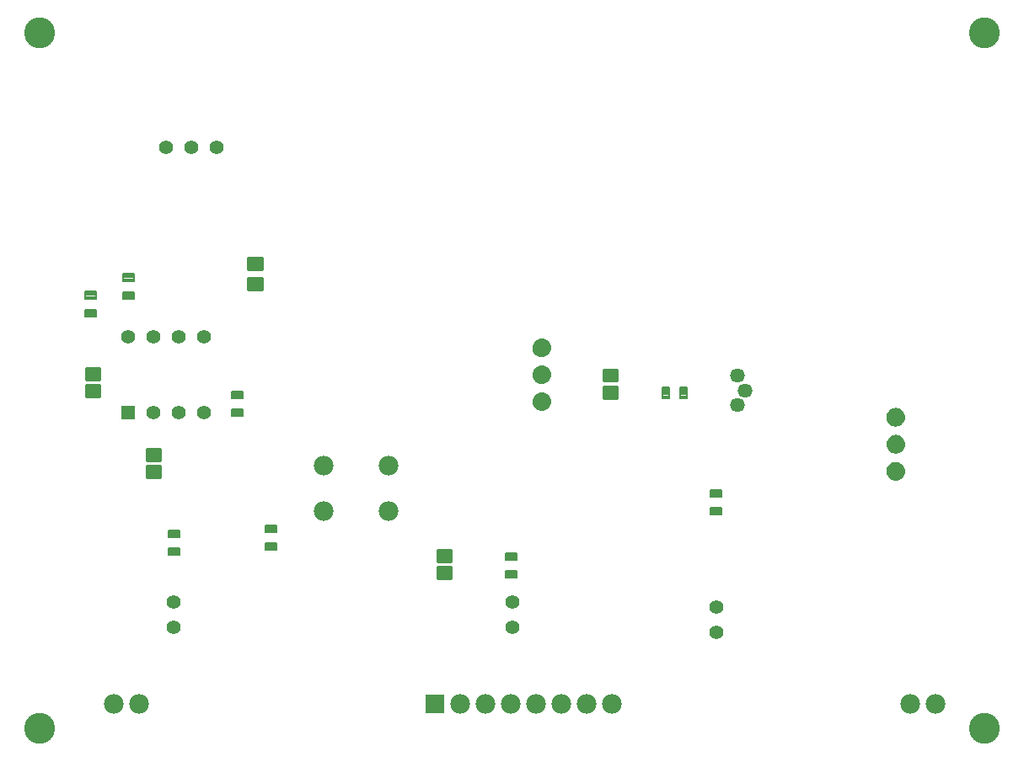
<source format=gbr>
G04 EAGLE Gerber RS-274X export*
G75*
%MOMM*%
%FSLAX34Y34*%
%LPD*%
%INSoldermask Bottom*%
%IPPOS*%
%AMOC8*
5,1,8,0,0,1.08239X$1,22.5*%
G01*
%ADD10C,3.101600*%
%ADD11C,0.238272*%
%ADD12R,1.409600X1.409600*%
%ADD13C,1.409600*%
%ADD14C,1.422400*%
%ADD15C,0.184800*%
%ADD16C,1.981200*%
%ADD17C,1.459600*%
%ADD18R,1.981200X1.981200*%

G36*
X531282Y398919D02*
X531282Y398919D01*
X531328Y398933D01*
X531404Y398945D01*
X533087Y399470D01*
X533130Y399493D01*
X533201Y399519D01*
X534749Y400363D01*
X534787Y400393D01*
X534852Y400433D01*
X536205Y401563D01*
X536236Y401600D01*
X536293Y401651D01*
X537399Y403024D01*
X537423Y403066D01*
X537468Y403128D01*
X538285Y404689D01*
X538300Y404736D01*
X538332Y404805D01*
X538829Y406496D01*
X538834Y406544D01*
X538852Y406618D01*
X539010Y408374D01*
X539005Y408423D01*
X539008Y408500D01*
X538823Y410183D01*
X538809Y410230D01*
X538804Y410266D01*
X538803Y410276D01*
X538801Y410281D01*
X538797Y410305D01*
X538287Y411920D01*
X538265Y411962D01*
X538238Y412034D01*
X537423Y413518D01*
X537392Y413555D01*
X537352Y413620D01*
X536263Y414917D01*
X536226Y414947D01*
X536174Y415004D01*
X534853Y416062D01*
X534811Y416085D01*
X534749Y416130D01*
X533246Y416911D01*
X533200Y416925D01*
X533131Y416957D01*
X531505Y417430D01*
X531457Y417435D01*
X531383Y417453D01*
X529696Y417599D01*
X529653Y417595D01*
X529591Y417599D01*
X527890Y417465D01*
X527844Y417453D01*
X527768Y417443D01*
X526126Y416979D01*
X526083Y416958D01*
X526010Y416934D01*
X524491Y416158D01*
X524452Y416129D01*
X524386Y416091D01*
X523047Y415034D01*
X523015Y414998D01*
X522957Y414948D01*
X521850Y413650D01*
X521826Y413608D01*
X521779Y413548D01*
X520947Y412059D01*
X520931Y412013D01*
X520897Y411945D01*
X520372Y410322D01*
X520365Y410274D01*
X520363Y410265D01*
X520354Y410239D01*
X520354Y410233D01*
X520345Y410200D01*
X520146Y408506D01*
X520149Y408458D01*
X520144Y408384D01*
X520277Y406648D01*
X520289Y406601D01*
X520298Y406525D01*
X520768Y404849D01*
X520789Y404806D01*
X520813Y404733D01*
X521600Y403181D01*
X521629Y403142D01*
X521667Y403076D01*
X522742Y401707D01*
X522778Y401675D01*
X522828Y401617D01*
X524149Y400484D01*
X524191Y400459D01*
X524251Y400413D01*
X525768Y399559D01*
X525814Y399543D01*
X525882Y399509D01*
X527537Y398968D01*
X527584Y398961D01*
X527658Y398941D01*
X529386Y398733D01*
X529437Y398736D01*
X529529Y398732D01*
X531282Y398919D01*
G37*
G36*
X886890Y274685D02*
X886890Y274685D01*
X886936Y274698D01*
X887012Y274707D01*
X888654Y275171D01*
X888697Y275192D01*
X888770Y275216D01*
X890289Y275992D01*
X890328Y276021D01*
X890394Y276059D01*
X891733Y277116D01*
X891765Y277152D01*
X891823Y277202D01*
X892930Y278500D01*
X892954Y278542D01*
X893001Y278602D01*
X893833Y280091D01*
X893849Y280137D01*
X893883Y280205D01*
X894409Y281828D01*
X894415Y281876D01*
X894435Y281950D01*
X894634Y283644D01*
X894631Y283692D01*
X894636Y283767D01*
X894503Y285502D01*
X894491Y285549D01*
X894482Y285625D01*
X894012Y287301D01*
X893991Y287344D01*
X893967Y287417D01*
X893180Y288969D01*
X893151Y289008D01*
X893113Y289074D01*
X892038Y290443D01*
X892002Y290475D01*
X891952Y290533D01*
X890631Y291666D01*
X890589Y291691D01*
X890529Y291737D01*
X889012Y292591D01*
X888966Y292607D01*
X888898Y292641D01*
X887243Y293182D01*
X887196Y293189D01*
X887122Y293209D01*
X885394Y293417D01*
X885343Y293414D01*
X885251Y293418D01*
X883498Y293231D01*
X883452Y293217D01*
X883376Y293205D01*
X881693Y292680D01*
X881650Y292657D01*
X881579Y292631D01*
X880031Y291787D01*
X879993Y291757D01*
X879928Y291717D01*
X878575Y290587D01*
X878544Y290550D01*
X878487Y290499D01*
X877381Y289126D01*
X877357Y289084D01*
X877312Y289022D01*
X876495Y287461D01*
X876480Y287415D01*
X876448Y287345D01*
X875951Y285654D01*
X875946Y285606D01*
X875928Y285532D01*
X875770Y283776D01*
X875775Y283727D01*
X875772Y283650D01*
X875957Y281967D01*
X875971Y281920D01*
X875983Y281845D01*
X876493Y280230D01*
X876515Y280188D01*
X876542Y280116D01*
X877357Y278632D01*
X877388Y278595D01*
X877428Y278530D01*
X878517Y277233D01*
X878554Y277203D01*
X878606Y277146D01*
X879927Y276088D01*
X879969Y276065D01*
X880031Y276020D01*
X881534Y275239D01*
X881580Y275225D01*
X881649Y275193D01*
X883275Y274720D01*
X883323Y274715D01*
X883397Y274697D01*
X885084Y274551D01*
X885127Y274555D01*
X885189Y274551D01*
X886890Y274685D01*
G37*
G36*
X886770Y329065D02*
X886770Y329065D01*
X886816Y329077D01*
X886892Y329086D01*
X888542Y329550D01*
X888585Y329571D01*
X888657Y329595D01*
X890185Y330372D01*
X890223Y330401D01*
X890290Y330439D01*
X891636Y331499D01*
X891668Y331535D01*
X891726Y331585D01*
X892839Y332887D01*
X892864Y332929D01*
X892911Y332989D01*
X893749Y334484D01*
X893765Y334529D01*
X893799Y334598D01*
X894329Y336227D01*
X894336Y336275D01*
X894356Y336349D01*
X894558Y338050D01*
X894555Y338099D01*
X894560Y338181D01*
X894407Y339910D01*
X894394Y339956D01*
X894384Y340032D01*
X893897Y341698D01*
X893875Y341741D01*
X893850Y341813D01*
X893048Y343352D01*
X893018Y343390D01*
X892980Y343456D01*
X891892Y344808D01*
X891856Y344840D01*
X891805Y344897D01*
X890475Y346011D01*
X890433Y346035D01*
X890372Y346081D01*
X888850Y346915D01*
X888804Y346930D01*
X888735Y346963D01*
X887080Y347484D01*
X887032Y347490D01*
X886958Y347509D01*
X885232Y347697D01*
X885182Y347693D01*
X885095Y347697D01*
X883370Y347509D01*
X883324Y347495D01*
X883249Y347483D01*
X881593Y346963D01*
X881551Y346940D01*
X881479Y346914D01*
X879957Y346081D01*
X879920Y346050D01*
X879855Y346011D01*
X878524Y344896D01*
X878494Y344859D01*
X878437Y344807D01*
X877350Y343455D01*
X877327Y343413D01*
X877282Y343351D01*
X876480Y341812D01*
X876466Y341766D01*
X876434Y341697D01*
X875947Y340031D01*
X875942Y339983D01*
X875924Y339909D01*
X875771Y338181D01*
X875775Y338134D01*
X875772Y338061D01*
X875941Y336387D01*
X875954Y336340D01*
X875966Y336265D01*
X876458Y334655D01*
X876480Y334612D01*
X876506Y334541D01*
X877304Y333058D01*
X877315Y333045D01*
X877320Y333031D01*
X877341Y333008D01*
X877373Y332955D01*
X878444Y331657D01*
X878481Y331626D01*
X878533Y331569D01*
X879837Y330505D01*
X879879Y330482D01*
X879940Y330436D01*
X881427Y329647D01*
X881473Y329633D01*
X881542Y329600D01*
X883154Y329116D01*
X883202Y329111D01*
X883276Y329092D01*
X884952Y328933D01*
X884996Y328936D01*
X885061Y328932D01*
X886770Y329065D01*
G37*
G36*
X531410Y344641D02*
X531410Y344641D01*
X531456Y344655D01*
X531531Y344667D01*
X533187Y345187D01*
X533229Y345210D01*
X533301Y345236D01*
X534823Y346069D01*
X534860Y346100D01*
X534926Y346140D01*
X536256Y347254D01*
X536286Y347291D01*
X536343Y347343D01*
X537430Y348695D01*
X537453Y348737D01*
X537498Y348799D01*
X538300Y350338D01*
X538314Y350384D01*
X538346Y350453D01*
X538833Y352119D01*
X538838Y352167D01*
X538856Y352241D01*
X539009Y353969D01*
X539005Y354016D01*
X539008Y354089D01*
X538839Y355763D01*
X538826Y355810D01*
X538814Y355885D01*
X538322Y357495D01*
X538300Y357538D01*
X538274Y357609D01*
X537476Y359092D01*
X537446Y359130D01*
X537407Y359195D01*
X536336Y360493D01*
X536299Y360524D01*
X536247Y360581D01*
X534943Y361645D01*
X534901Y361668D01*
X534840Y361714D01*
X533353Y362503D01*
X533307Y362517D01*
X533238Y362550D01*
X531626Y363034D01*
X531578Y363039D01*
X531504Y363058D01*
X529828Y363217D01*
X529784Y363214D01*
X529719Y363218D01*
X528010Y363085D01*
X527964Y363073D01*
X527888Y363064D01*
X526238Y362600D01*
X526195Y362579D01*
X526123Y362555D01*
X524595Y361778D01*
X524557Y361749D01*
X524490Y361711D01*
X523144Y360651D01*
X523112Y360615D01*
X523054Y360565D01*
X521941Y359263D01*
X521916Y359221D01*
X521869Y359161D01*
X521031Y357666D01*
X521015Y357621D01*
X520981Y357552D01*
X520451Y355923D01*
X520444Y355875D01*
X520424Y355801D01*
X520222Y354100D01*
X520225Y354051D01*
X520220Y353969D01*
X520373Y352240D01*
X520386Y352194D01*
X520396Y352118D01*
X520883Y350452D01*
X520905Y350409D01*
X520930Y350337D01*
X521732Y348798D01*
X521762Y348760D01*
X521800Y348694D01*
X522888Y347342D01*
X522924Y347310D01*
X522975Y347253D01*
X524305Y346139D01*
X524347Y346115D01*
X524408Y346069D01*
X525930Y345235D01*
X525976Y345220D01*
X526045Y345187D01*
X527700Y344666D01*
X527748Y344660D01*
X527822Y344641D01*
X529548Y344453D01*
X529598Y344457D01*
X529685Y344453D01*
X531410Y344641D01*
G37*
G36*
X886853Y301930D02*
X886853Y301930D01*
X886899Y301943D01*
X886975Y301953D01*
X888622Y302434D01*
X888649Y302448D01*
X888672Y302452D01*
X888696Y302466D01*
X888737Y302480D01*
X890259Y303273D01*
X890297Y303303D01*
X890363Y303341D01*
X891700Y304416D01*
X891732Y304453D01*
X891789Y304503D01*
X892891Y305818D01*
X892915Y305860D01*
X892961Y305921D01*
X893786Y307426D01*
X893801Y307472D01*
X893834Y307540D01*
X894349Y309177D01*
X894355Y309225D01*
X894373Y309294D01*
X894373Y309295D01*
X894374Y309299D01*
X894560Y311005D01*
X894556Y311052D01*
X894561Y311125D01*
X894421Y312830D01*
X894408Y312877D01*
X894398Y312952D01*
X893928Y314597D01*
X893907Y314640D01*
X893882Y314713D01*
X893100Y316234D01*
X893071Y316273D01*
X893033Y316339D01*
X891969Y317679D01*
X891933Y317711D01*
X891882Y317768D01*
X890578Y318874D01*
X890536Y318899D01*
X890475Y318945D01*
X888980Y319776D01*
X888934Y319791D01*
X888865Y319825D01*
X887237Y320348D01*
X887189Y320354D01*
X887115Y320374D01*
X885415Y320569D01*
X885365Y320566D01*
X885278Y320570D01*
X883532Y320391D01*
X883486Y320377D01*
X883410Y320366D01*
X881733Y319849D01*
X881690Y319827D01*
X881618Y319801D01*
X880074Y318967D01*
X880036Y318937D01*
X879970Y318898D01*
X878618Y317778D01*
X878587Y317742D01*
X878531Y317690D01*
X877423Y316328D01*
X877400Y316286D01*
X877354Y316225D01*
X876534Y314673D01*
X876519Y314627D01*
X876487Y314558D01*
X875985Y312876D01*
X875979Y312828D01*
X875961Y312754D01*
X875797Y311006D01*
X875801Y310958D01*
X875797Y310880D01*
X875974Y309204D01*
X875988Y309158D01*
X876000Y309082D01*
X876500Y307473D01*
X876523Y307430D01*
X876549Y307358D01*
X877354Y305878D01*
X877384Y305840D01*
X877424Y305775D01*
X878503Y304480D01*
X878539Y304449D01*
X878591Y304392D01*
X879902Y303333D01*
X879944Y303309D01*
X880006Y303264D01*
X881498Y302481D01*
X881544Y302466D01*
X881590Y302445D01*
X881600Y302440D01*
X881601Y302439D01*
X881613Y302434D01*
X883230Y301956D01*
X883278Y301951D01*
X883352Y301933D01*
X885031Y301780D01*
X885076Y301784D01*
X885144Y301780D01*
X886853Y301930D01*
G37*
G36*
X531248Y371759D02*
X531248Y371759D01*
X531294Y371773D01*
X531370Y371784D01*
X533047Y372301D01*
X533090Y372323D01*
X533162Y372349D01*
X534707Y373183D01*
X534744Y373213D01*
X534810Y373252D01*
X536162Y374372D01*
X536193Y374408D01*
X536249Y374460D01*
X537357Y375822D01*
X537380Y375864D01*
X537426Y375925D01*
X538246Y377477D01*
X538261Y377523D01*
X538293Y377592D01*
X538795Y379274D01*
X538801Y379322D01*
X538819Y379396D01*
X538983Y381144D01*
X538979Y381192D01*
X538983Y381270D01*
X538806Y382946D01*
X538792Y382992D01*
X538780Y383068D01*
X538280Y384677D01*
X538257Y384720D01*
X538231Y384792D01*
X537426Y386272D01*
X537396Y386310D01*
X537356Y386375D01*
X536277Y387670D01*
X536241Y387701D01*
X536189Y387758D01*
X534878Y388817D01*
X534836Y388841D01*
X534774Y388886D01*
X533282Y389669D01*
X533236Y389684D01*
X533167Y389716D01*
X531550Y390194D01*
X531502Y390199D01*
X531428Y390217D01*
X529749Y390370D01*
X529704Y390366D01*
X529637Y390370D01*
X527927Y390220D01*
X527881Y390207D01*
X527805Y390197D01*
X526158Y389716D01*
X526115Y389695D01*
X526043Y389670D01*
X524521Y388877D01*
X524483Y388847D01*
X524417Y388809D01*
X523080Y387734D01*
X523048Y387698D01*
X522991Y387647D01*
X521889Y386332D01*
X521865Y386290D01*
X521819Y386229D01*
X521604Y385837D01*
X521604Y385836D01*
X521256Y385202D01*
X520995Y384724D01*
X520979Y384679D01*
X520946Y384610D01*
X520431Y382973D01*
X520425Y382925D01*
X520406Y382851D01*
X520220Y381145D01*
X520224Y381098D01*
X520219Y381025D01*
X520359Y379320D01*
X520372Y379273D01*
X520382Y379198D01*
X520852Y377553D01*
X520873Y377510D01*
X520898Y377437D01*
X521680Y375916D01*
X521709Y375877D01*
X521747Y375811D01*
X522811Y374471D01*
X522847Y374440D01*
X522898Y374382D01*
X524203Y373276D01*
X524244Y373252D01*
X524305Y373205D01*
X525800Y372374D01*
X525846Y372359D01*
X525915Y372325D01*
X527544Y371802D01*
X527591Y371796D01*
X527665Y371776D01*
X529365Y371581D01*
X529415Y371584D01*
X529502Y371580D01*
X531248Y371759D01*
G37*
D10*
X25400Y25400D03*
X974600Y25400D03*
X974600Y724600D03*
X25400Y724600D03*
D11*
X85557Y370697D02*
X85557Y359063D01*
X71923Y359063D01*
X71923Y370697D01*
X85557Y370697D01*
X85557Y361327D02*
X71923Y361327D01*
X71923Y363591D02*
X85557Y363591D01*
X85557Y365855D02*
X71923Y365855D01*
X71923Y368119D02*
X85557Y368119D01*
X85557Y370383D02*
X71923Y370383D01*
X85557Y376063D02*
X85557Y387697D01*
X85557Y376063D02*
X71923Y376063D01*
X71923Y387697D01*
X85557Y387697D01*
X85557Y378327D02*
X71923Y378327D01*
X71923Y380591D02*
X85557Y380591D01*
X85557Y382855D02*
X71923Y382855D01*
X71923Y385119D02*
X85557Y385119D01*
X85557Y387383D02*
X71923Y387383D01*
X248617Y466783D02*
X248617Y478417D01*
X248617Y466783D02*
X233983Y466783D01*
X233983Y478417D01*
X248617Y478417D01*
X248617Y469047D02*
X233983Y469047D01*
X233983Y471311D02*
X248617Y471311D01*
X248617Y473575D02*
X233983Y473575D01*
X233983Y475839D02*
X248617Y475839D01*
X248617Y478103D02*
X233983Y478103D01*
X248617Y486783D02*
X248617Y498417D01*
X248617Y486783D02*
X233983Y486783D01*
X233983Y498417D01*
X248617Y498417D01*
X248617Y489047D02*
X233983Y489047D01*
X233983Y491311D02*
X248617Y491311D01*
X248617Y493575D02*
X233983Y493575D01*
X233983Y495839D02*
X248617Y495839D01*
X248617Y498103D02*
X233983Y498103D01*
X132883Y306417D02*
X132883Y294783D01*
X132883Y306417D02*
X146517Y306417D01*
X146517Y294783D01*
X132883Y294783D01*
X132883Y297047D02*
X146517Y297047D01*
X146517Y299311D02*
X132883Y299311D01*
X132883Y301575D02*
X146517Y301575D01*
X146517Y303839D02*
X132883Y303839D01*
X132883Y306103D02*
X146517Y306103D01*
X132883Y289417D02*
X132883Y277783D01*
X132883Y289417D02*
X146517Y289417D01*
X146517Y277783D01*
X132883Y277783D01*
X132883Y280047D02*
X146517Y280047D01*
X146517Y282311D02*
X132883Y282311D01*
X132883Y284575D02*
X146517Y284575D01*
X146517Y286839D02*
X132883Y286839D01*
X132883Y289103D02*
X146517Y289103D01*
D12*
X114300Y342900D03*
D13*
X139700Y342900D03*
X165100Y342900D03*
X190500Y342900D03*
X190500Y419100D03*
X165100Y419100D03*
X139700Y419100D03*
X114300Y419100D03*
D14*
X160000Y152700D03*
X160000Y127300D03*
D15*
X218044Y357314D02*
X218044Y364266D01*
X228996Y364266D01*
X228996Y357314D01*
X218044Y357314D01*
X218044Y359070D02*
X228996Y359070D01*
X228996Y360826D02*
X218044Y360826D01*
X218044Y362582D02*
X228996Y362582D01*
X218044Y346266D02*
X218044Y339314D01*
X218044Y346266D02*
X228996Y346266D01*
X228996Y339314D01*
X218044Y339314D01*
X218044Y341070D02*
X228996Y341070D01*
X228996Y342826D02*
X218044Y342826D01*
X218044Y344582D02*
X228996Y344582D01*
X108824Y475424D02*
X108824Y482376D01*
X119776Y482376D01*
X119776Y475424D01*
X108824Y475424D01*
X108824Y477180D02*
X119776Y477180D01*
X119776Y478936D02*
X108824Y478936D01*
X108824Y480692D02*
X119776Y480692D01*
X108824Y464376D02*
X108824Y457424D01*
X108824Y464376D02*
X119776Y464376D01*
X119776Y457424D01*
X108824Y457424D01*
X108824Y459180D02*
X119776Y459180D01*
X119776Y460936D02*
X108824Y460936D01*
X108824Y462692D02*
X119776Y462692D01*
X70724Y464596D02*
X70724Y457644D01*
X70724Y464596D02*
X81676Y464596D01*
X81676Y457644D01*
X70724Y457644D01*
X70724Y459400D02*
X81676Y459400D01*
X81676Y461156D02*
X70724Y461156D01*
X70724Y462912D02*
X81676Y462912D01*
X70724Y446596D02*
X70724Y439644D01*
X70724Y446596D02*
X81676Y446596D01*
X81676Y439644D01*
X70724Y439644D01*
X70724Y441400D02*
X81676Y441400D01*
X81676Y443156D02*
X70724Y443156D01*
X70724Y444912D02*
X81676Y444912D01*
X165496Y206566D02*
X165496Y199614D01*
X154544Y199614D01*
X154544Y206566D01*
X165496Y206566D01*
X165496Y201370D02*
X154544Y201370D01*
X154544Y203126D02*
X165496Y203126D01*
X165496Y204882D02*
X154544Y204882D01*
X165496Y217614D02*
X165496Y224566D01*
X165496Y217614D02*
X154544Y217614D01*
X154544Y224566D01*
X165496Y224566D01*
X165496Y219370D02*
X154544Y219370D01*
X154544Y221126D02*
X165496Y221126D01*
X165496Y222882D02*
X154544Y222882D01*
D13*
X152400Y609600D03*
X177800Y609600D03*
X203200Y609600D03*
D16*
X100000Y50000D03*
X125400Y50000D03*
X375412Y244094D03*
X310388Y244094D03*
X375412Y289306D03*
X310388Y289306D03*
D15*
X252334Y229646D02*
X252334Y222694D01*
X252334Y229646D02*
X263286Y229646D01*
X263286Y222694D01*
X252334Y222694D01*
X252334Y224450D02*
X263286Y224450D01*
X263286Y226206D02*
X252334Y226206D01*
X252334Y227962D02*
X263286Y227962D01*
X252334Y211646D02*
X252334Y204694D01*
X252334Y211646D02*
X263286Y211646D01*
X263286Y204694D01*
X252334Y204694D01*
X252334Y206450D02*
X263286Y206450D01*
X263286Y208206D02*
X252334Y208206D01*
X252334Y209962D02*
X263286Y209962D01*
D11*
X424983Y204817D02*
X424983Y193183D01*
X424983Y204817D02*
X438617Y204817D01*
X438617Y193183D01*
X424983Y193183D01*
X424983Y195447D02*
X438617Y195447D01*
X438617Y197711D02*
X424983Y197711D01*
X424983Y199975D02*
X438617Y199975D01*
X438617Y202239D02*
X424983Y202239D01*
X424983Y204503D02*
X438617Y204503D01*
X424983Y187817D02*
X424983Y176183D01*
X424983Y187817D02*
X438617Y187817D01*
X438617Y176183D01*
X424983Y176183D01*
X424983Y178447D02*
X438617Y178447D01*
X438617Y180711D02*
X424983Y180711D01*
X424983Y182975D02*
X438617Y182975D01*
X438617Y185239D02*
X424983Y185239D01*
X424983Y187503D02*
X438617Y187503D01*
X604987Y357793D02*
X604987Y369427D01*
X604987Y357793D02*
X591353Y357793D01*
X591353Y369427D01*
X604987Y369427D01*
X604987Y360057D02*
X591353Y360057D01*
X591353Y362321D02*
X604987Y362321D01*
X604987Y364585D02*
X591353Y364585D01*
X591353Y366849D02*
X604987Y366849D01*
X604987Y369113D02*
X591353Y369113D01*
X604987Y374793D02*
X604987Y386427D01*
X604987Y374793D02*
X591353Y374793D01*
X591353Y386427D01*
X604987Y386427D01*
X604987Y377057D02*
X591353Y377057D01*
X591353Y379321D02*
X604987Y379321D01*
X604987Y381585D02*
X591353Y381585D01*
X591353Y383849D02*
X604987Y383849D01*
X604987Y386113D02*
X591353Y386113D01*
D14*
X500000Y152700D03*
X500000Y127300D03*
D15*
X493634Y194754D02*
X493634Y201706D01*
X504586Y201706D01*
X504586Y194754D01*
X493634Y194754D01*
X493634Y196510D02*
X504586Y196510D01*
X504586Y198266D02*
X493634Y198266D01*
X493634Y200022D02*
X504586Y200022D01*
X493634Y183706D02*
X493634Y176754D01*
X493634Y183706D02*
X504586Y183706D01*
X504586Y176754D01*
X493634Y176754D01*
X493634Y178510D02*
X504586Y178510D01*
X504586Y180266D02*
X493634Y180266D01*
X493634Y182022D02*
X504586Y182022D01*
D14*
X705380Y147620D03*
X705380Y122220D03*
D15*
X710326Y240254D02*
X710326Y247206D01*
X710326Y240254D02*
X699374Y240254D01*
X699374Y247206D01*
X710326Y247206D01*
X710326Y242010D02*
X699374Y242010D01*
X699374Y243766D02*
X710326Y243766D01*
X710326Y245522D02*
X699374Y245522D01*
X710326Y258254D02*
X710326Y265206D01*
X710326Y258254D02*
X699374Y258254D01*
X699374Y265206D01*
X710326Y265206D01*
X710326Y260010D02*
X699374Y260010D01*
X699374Y261766D02*
X710326Y261766D01*
X710326Y263522D02*
X699374Y263522D01*
D17*
X726500Y380310D03*
X733500Y365310D03*
X726500Y350310D03*
D15*
X657416Y357744D02*
X650464Y357744D01*
X650464Y368696D01*
X657416Y368696D01*
X657416Y357744D01*
X657416Y359500D02*
X650464Y359500D01*
X650464Y361256D02*
X657416Y361256D01*
X657416Y363012D02*
X650464Y363012D01*
X650464Y364768D02*
X657416Y364768D01*
X657416Y366524D02*
X650464Y366524D01*
X650464Y368280D02*
X657416Y368280D01*
X668464Y357744D02*
X675416Y357744D01*
X668464Y357744D02*
X668464Y368696D01*
X675416Y368696D01*
X675416Y357744D01*
X675416Y359500D02*
X668464Y359500D01*
X668464Y361256D02*
X675416Y361256D01*
X675416Y363012D02*
X668464Y363012D01*
X668464Y364768D02*
X675416Y364768D01*
X675416Y366524D02*
X668464Y366524D01*
X668464Y368280D02*
X675416Y368280D01*
D18*
X422000Y50000D03*
D16*
X447400Y50000D03*
X472800Y50000D03*
X498200Y50000D03*
X523600Y50000D03*
X549000Y50000D03*
X574400Y50000D03*
X599800Y50000D03*
X900000Y50000D03*
X925400Y50000D03*
M02*

</source>
